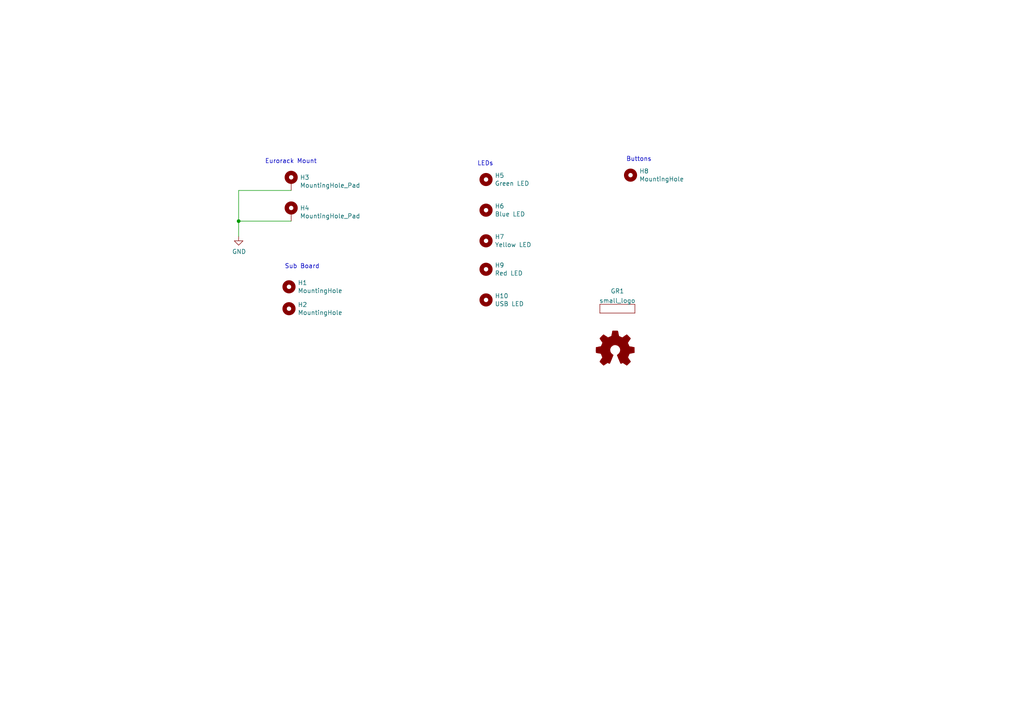
<source format=kicad_sch>
(kicad_sch (version 20211123) (generator eeschema)
  (paper "A4")
  (title_block (title "Du Dad 2HP Panel") (rev "1.0"))
  (lib_symbols
    (symbol "Graphic:Logo_Open_Hardware_Small" (pin_names (offset 1.016))
      (symbol "Logo_Open_Hardware_Small_0_1"
        (polyline (pts (xy 3.3528 -4.3434) (xy 3.302 -4.318) (xy 3.175 -4.2418) (xy 2.9972 -4.1148) (xy 2.7686 -3.9624) (xy 2.54 -3.81) (xy 2.3622 -3.7084) (xy 2.2352 -3.6068) (xy 2.1844 -3.5814) (xy 2.159 -3.6068) (xy 2.0574 -3.6576) (xy 1.905 -3.7338) (xy 1.8034 -3.7846) (xy 1.6764 -3.8354) (xy 1.6002 -3.8354) (xy 1.6002 -3.8354) (xy 1.5494 -3.7338) (xy 1.4732 -3.5306) (xy 1.3462 -3.302) (xy 1.2446 -3.0226) (xy 1.1176 -2.7178) (xy 0.9652 -2.413) (xy 0.8636 -2.1082) (xy 0.7366 -1.8288) (xy 0.6604 -1.6256) (xy 0.6096 -1.4732) (xy 0.5842 -1.397) (xy 0.5842 -1.397) (xy 0.6604 -1.3208) (xy 0.7874 -1.2446) (xy 1.0414 -1.016) (xy 1.2954 -0.6858) (xy 1.4478 -0.3302) (xy 1.524 0.0762) (xy 1.4732 0.4572) (xy 1.3208 0.8128) (xy 1.0668 1.143) (xy 0.762 1.3716) (xy 0.4064 1.524) (xy 0 1.5748) (xy -0.381 1.5494) (xy -0.7366 1.397) (xy -1.0668 1.143) (xy -1.2192 0.9906) (xy -1.397 0.6604) (xy -1.524 0.3048) (xy -1.524 0.2286) (xy -1.4986 -0.1778) (xy -1.397 -0.5334) (xy -1.1938 -0.8636) (xy -0.9144 -1.143) (xy -0.8636 -1.1684) (xy -0.7366 -1.27) (xy -0.635 -1.3462) (xy -0.5842 -1.397) (xy -1.0668 -2.5908) (xy -1.143 -2.794) (xy -1.2954 -3.1242) (xy -1.397 -3.4036) (xy -1.4986 -3.6322) (xy -1.5748 -3.7846) (xy -1.6002 -3.8354) (xy -1.6002 -3.8354) (xy -1.651 -3.8354) (xy -1.7272 -3.81) (xy -1.905 -3.7338) (xy -2.0066 -3.683) (xy -2.1336 -3.6068) (xy -2.2098 -3.5814) (xy -2.2606 -3.6068) (xy -2.3622 -3.683) (xy -2.54 -3.81) (xy -2.7686 -3.9624) (xy -2.9718 -4.0894) (xy -3.1496 -4.2164) (xy -3.302 -4.318) (xy -3.3528 -4.3434) (xy -3.3782 -4.3434) (xy -3.429 -4.318) (xy -3.5306 -4.2164) (xy -3.7084 -4.064) (xy -3.937 -3.8354) (xy -3.9624 -3.81) (xy -4.1656 -3.6068) (xy -4.318 -3.4544) (xy -4.4196 -3.3274) (xy -4.445 -3.2766) (xy -4.445 -3.2766) (xy -4.4196 -3.2258) (xy -4.318 -3.0734) (xy -4.2164 -2.8956) (xy -4.064 -2.667) (xy -3.6576 -2.0828) (xy -3.8862 -1.5494) (xy -3.937 -1.3716) (xy -4.0386 -1.1684) (xy -4.0894 -1.0414) (xy -4.1148 -0.9652) (xy -4.191 -0.9398) (xy -4.318 -0.9144) (xy -4.5466 -0.8636) (xy -4.8006 -0.8128) (xy -5.0546 -0.7874) (xy -5.2578 -0.7366) (xy -5.4356 -0.7112) (xy -5.5118 -0.6858) (xy -5.5118 -0.6858) (xy -5.5372 -0.635) (xy -5.5372 -0.5588) (xy -5.5372 -0.4318) (xy -5.5626 -0.2286) (xy -5.5626 0.0762) (xy -5.5626 0.127) (xy -5.5372 0.4064) (xy -5.5372 0.635) (xy -5.5372 0.762) (xy -5.5372 0.8382) (xy -5.5372 0.8382) (xy -5.461 0.8382) (xy -5.3086 0.889) (xy -5.08 0.9144) (xy -4.826 0.9652) (xy -4.8006 0.9906) (xy -4.5466 1.0414) (xy -4.318 1.0668) (xy -4.1656 1.1176) (xy -4.0894 1.143) (xy -4.0894 1.143) (xy -4.0386 1.2446) (xy -3.9624 1.4224) (xy -3.8608 1.6256) (xy -3.7846 1.8288) (xy -3.7084 2.0066) (xy -3.6576 2.159) (xy -3.6322 2.2098) (xy -3.6322 2.2098) (xy -3.683 2.286) (xy -3.7592 2.413) (xy -3.8862 2.5908) (xy -4.064 2.8194) (xy -4.064 2.8448) (xy -4.2164 3.0734) (xy -4.3434 3.2512) (xy -4.4196 3.3782) (xy -4.445 3.4544) (xy -4.445 3.4544) (xy -4.3942 3.5052) (xy -4.2926 3.6322) (xy -4.1148 3.81) (xy -3.937 4.0132) (xy -3.8608 4.064) (xy -3.6576 4.2926) (xy -3.5052 4.4196) (xy -3.4036 4.4958) (xy -3.3528 4.5212) (xy -3.3528 4.5212) (xy -3.302 4.4704) (xy -3.1496 4.3688) (xy -2.9718 4.2418) (xy -2.7432 4.0894) (xy -2.7178 4.0894) (xy -2.4892 3.937) (xy -2.3114 3.81) (xy -2.1844 3.7084) (xy -2.1336 3.683) (xy -2.1082 3.683) (xy -2.032 3.7084) (xy -1.8542 3.7592) (xy -1.6764 3.8354) (xy -1.4732 3.937) (xy -1.27 4.0132) (xy -1.143 4.064) (xy -1.0668 4.1148) (xy -1.0668 4.1148) (xy -1.0414 4.191) (xy -1.016 4.3434) (xy -0.9652 4.572) (xy -0.9144 4.8514) (xy -0.889 4.9022) (xy -0.8382 5.1562) (xy -0.8128 5.3848) (xy -0.7874 5.5372) (xy -0.762 5.588) (xy -0.7112 5.6134) (xy -0.5842 5.6134) (xy -0.4064 5.6134) (xy -0.1524 5.6134) (xy 0.0762 5.6134) (xy 0.3302 5.6134) (xy 0.5334 5.6134) (xy 0.6858 5.588) (xy 0.7366 5.588) (xy 0.7366 5.588) (xy 0.762 5.5118) (xy 0.8128 5.334) (xy 0.8382 5.1054) (xy 0.9144 4.826) (xy 0.9144 4.7752) (xy 0.9652 4.5212) (xy 1.016 4.2926) (xy 1.0414 4.1402) (xy 1.0668 4.0894) (xy 1.0668 4.0894) (xy 1.1938 4.0386) (xy 1.3716 3.9624) (xy 1.5748 3.8608) (xy 2.0828 3.6576) (xy 2.7178 4.0894) (xy 2.7686 4.1402) (xy 2.9972 4.2926) (xy 3.175 4.4196) (xy 3.302 4.4958) (xy 3.3782 4.5212) (xy 3.3782 4.5212) (xy 3.429 4.4704) (xy 3.556 4.3434) (xy 3.7338 4.191) (xy 3.9116 3.9878) (xy 4.064 3.8354) (xy 4.2418 3.6576) (xy 4.3434 3.556) (xy 4.4196 3.4798) (xy 4.4196 3.429) (xy 4.4196 3.4036) (xy 4.3942 3.3274) (xy 4.2926 3.2004) (xy 4.1656 2.9972) (xy 4.0132 2.794) (xy 3.8862 2.5908) (xy 3.7592 2.3876) (xy 3.6576 2.2352) (xy 3.6322 2.159) (xy 3.6322 2.1336) (xy 3.683 2.0066) (xy 3.7592 1.8288) (xy 3.8608 1.6002) (xy 4.064 1.1176) (xy 4.3942 1.0414) (xy 4.5974 1.016) (xy 4.8768 0.9652) (xy 5.1308 0.9144) (xy 5.5372 0.8382) (xy 5.5626 -0.6604) (xy 5.4864 -0.6858) (xy 5.4356 -0.6858) (xy 5.2832 -0.7366) (xy 5.0546 -0.762) (xy 4.8006 -0.8128) (xy 4.5974 -0.8636) (xy 4.3688 -0.9144) (xy 4.2164 -0.9398) (xy 4.1402 -0.9398) (xy 4.1148 -0.9652) (xy 4.064 -1.0668) (xy 3.9878 -1.2446) (xy 3.9116 -1.4478) (xy 3.81 -1.651) (xy 3.7338 -1.8542) (xy 3.683 -2.0066) (xy 3.6576 -2.0828) (xy 3.683 -2.1336) (xy 3.7846 -2.2606) (xy 3.8862 -2.4638) (xy 4.0386 -2.667) (xy 4.191 -2.8956) (xy 4.318 -3.0734) (xy 4.3942 -3.2004) (xy 4.445 -3.2766) (xy 4.4196 -3.3274) (xy 4.3434 -3.429) (xy 4.1656 -3.5814) (xy 3.937 -3.8354) (xy 3.8862 -3.8608) (xy 3.683 -4.064) (xy 3.5306 -4.2164) (xy 3.4036 -4.318) (xy 3.3528 -4.3434)) (fill (type outline)))
      )
    )
    (symbol "Mechanical:MountingHole" (pin_names (offset 1.016))
      (property "Reference" "H" (at 0 5.08 0))
      (property "Value" "MountingHole" (at 0 3.175 0))
      (symbol "MountingHole_0_1"
        (circle (center 0 0) (radius 1.27) (stroke (width 1.27)))
      )
    )
    (symbol "Mechanical:MountingHole_Pad" (pin_numbers hide) (pin_names (offset 1.016) hide)
      (property "Reference" "H" (at 0 6.35 0))
      (property "Value" "MountingHole_Pad" (at 0 4.445 0))
      (symbol "MountingHole_Pad_0_1"
        (circle (center 0 1.27) (radius 1.27) (stroke (width 1.27)))
      )
      (symbol "MountingHole_Pad_1_1"
        (pin input line (at 0 -2.54 90) (length 2.54) (name "1") (number "1"))
      )
    )
    (symbol "greenface-symbols:small_logo" (pin_numbers hide) (pin_names (offset 0) hide)
      (property "Reference" "GR" (at 0 -2.54 0))
      (property "Value" "small_logo" (at 0 0 0))
      (symbol "small_logo_0_1"
        (rectangle (start -5.08 -1.27) (end -5.08 1.27))
        (rectangle (start -5.08 1.27) (end 5.08 1.27))
        (rectangle (start 5.08 -1.27) (end -5.08 -1.27))
        (rectangle (start 5.08 1.27) (end 5.08 -1.27))
      )
    )
    (symbol "power:GND" (power) (pin_names (offset 0))
      (property "Value" "GND" (at 0 -3.81 0))
      (symbol "GND_0_1"
        (polyline (pts (xy 0 0) (xy 0 -1.27) (xy 1.27 -1.27) (xy 0 -2.54) (xy -1.27 -1.27) (xy 0 -1.27)))
      )
      (symbol "GND_1_1"
        (pin power_in line (at 0 0 270) (length 0) hide (name "GND") (number "1"))
      )
    )
  )
  (junction (at 69.215 64.135))
  (wire (pts (xy 69.215 55.245) (xy 84.455 55.245)))
  (wire (pts (xy 69.215 64.135) (xy 84.455 64.135)))
  (wire (pts (xy 69.215 64.135) (xy 69.215 55.245)))
  (wire (pts (xy 69.215 64.135) (xy 69.215 68.58)))
  (text "Buttons" (at 181.61 46.99 0) (effects (font (size 1.27 1.27)) (justify left bottom)))
  (text "Sub Board" (at 82.55 78.105 0) (effects (font (size 1.27 1.27)) (justify left bottom)))
  (text "LEDs" (at 138.43 48.26 0) (effects (font (size 1.27 1.27)) (justify left bottom)))
  (text "Eurorack Mount" (at 76.835 47.625 0) (effects (font (size 1.27 1.27)) (justify left bottom)))
  (symbol (lib_id "Mechanical:MountingHole_Pad") (at 84.455 52.705 0) (unit 1)
    (property "Reference" "H3" (at 86.995 51.4604 0) (effects (justify left)))
    (property "Value" "MountingHole_Pad" (at 86.995 53.7718 0) (effects (justify left)))
    (property "Footprint" "panel:MountingHole_3.2mm_M3_EU" (effects hide))
  )
  (symbol (lib_id "Mechanical:MountingHole_Pad") (at 84.455 61.595 0) (unit 1)
    (property "Reference" "H4" (at 86.995 60.3504 0) (effects (justify left)))
    (property "Value" "MountingHole_Pad" (at 86.995 62.6618 0) (effects (justify left)))
    (property "Footprint" "panel:MountingHole_3.2mm_M3_EU" (effects hide))
  )
  (symbol (lib_id "Mechanical:MountingHole") (at 140.97 52.07 0) (unit 1)
    (property "Reference" "H5" (at 143.51 50.9016 0) (effects (justify left)))
    (property "Value" "Green LED" (at 143.51 53.213 0) (effects (justify left)))
    (property "Footprint" "panel:3mmLED" (effects hide))
  )
  (symbol (lib_id "Mechanical:MountingHole") (at 140.97 60.96 0) (unit 1)
    (property "Reference" "H6" (at 143.51 59.7916 0) (effects (justify left)))
    (property "Value" "Blue LED" (at 143.51 62.103 0) (effects (justify left)))
    (property "Footprint" "panel:3mmLED" (effects hide))
  )
  (symbol (lib_id "Mechanical:MountingHole") (at 83.82 83.185 0) (unit 1)
    (property "Reference" "H1" (at 86.36 82.0166 0) (effects (justify left)))
    (property "Value" "MountingHole" (at 86.36 84.328 0) (effects (justify left)))
    (property "Footprint" "MountingHole:MountingHole_2.5mm" (effects hide))
  )
  (symbol (lib_id "Mechanical:MountingHole") (at 83.82 89.535 0) (unit 1)
    (property "Reference" "H2" (at 86.36 88.3666 0) (effects (justify left)))
    (property "Value" "MountingHole" (at 86.36 90.678 0) (effects (justify left)))
    (property "Footprint" "MountingHole:MountingHole_2.5mm" (effects hide))
  )
  (symbol (lib_id "power:GND") (at 69.215 68.58 0) (unit 1)
    (property "Reference" "#PWR01" (effects hide))
    (property "Value" "GND" (at 69.342 72.9742 0))
  )
  (symbol (lib_id "Mechanical:MountingHole") (at 182.88 50.8 0) (unit 1)
    (property "Reference" "H8" (at 185.42 49.6316 0) (effects (justify left)))
    (property "Value" "MountingHole" (at 185.42 51.943 0) (effects (justify left)))
    (property "Footprint" "panel:PushButton3.7mm" (effects hide))
  )
  (symbol (lib_id "Graphic:Logo_Open_Hardware_Small") (at 178.435 101.6 0) (unit 1)
    (property "Reference" "#LOGO1" (effects hide))
    (property "Value" "Logo_Open_Hardware_Small" (effects hide))
  )
  (symbol (lib_id "Mechanical:MountingHole") (at 140.97 69.85 0) (unit 1)
    (property "Reference" "H7" (at 143.51 68.6816 0) (effects (justify left)))
    (property "Value" "Yellow LED" (at 143.51 70.993 0) (effects (justify left)))
    (property "Footprint" "panel:3mmLED" (effects hide))
  )
  (symbol (lib_id "Mechanical:MountingHole") (at 140.97 86.995 0) (unit 1)
    (property "Reference" "H10" (at 143.51 85.8266 0) (effects (justify left)))
    (property "Value" "USB LED" (at 143.51 88.138 0) (effects (justify left)))
    (property "Footprint" "panel:3mmLED" (effects hide))
  )
  (symbol (lib_id "Mechanical:MountingHole") (at 140.97 78.105 0) (unit 1)
    (property "Reference" "H9" (at 143.51 76.9366 0) (effects (justify left)))
    (property "Value" "Red LED" (at 143.51 79.248 0) (effects (justify left)))
    (property "Footprint" "panel:3mmLED" (effects hide))
  )
  (symbol (lib_id "greenface-symbols:small_logo") (at 179.07 89.535 0) (unit 1)
    (property "Reference" "GR1" (at 179.07 84.4255 0))
    (property "Value" "small_logo" (at 179.07 87.2006 0))
    (property "Footprint" "panel:small_face" (effects hide))
  )
)
</source>
